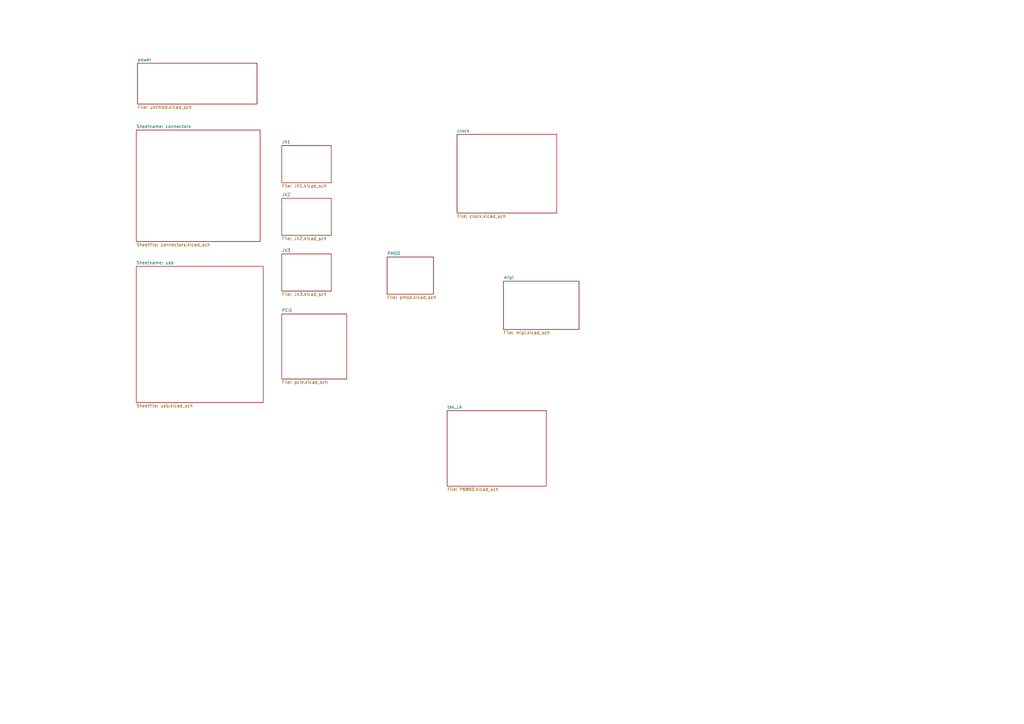
<source format=kicad_sch>
(kicad_sch
	(version 20231120)
	(generator "eeschema")
	(generator_version "8.0")
	(uuid "72db9dae-5f31-4a10-9047-fdf9bc345a06")
	(paper "A3")
	(lib_symbols)
	(sheet
		(at 158.75 105.41)
		(size 19.05 15.24)
		(fields_autoplaced yes)
		(stroke
			(width 0.1524)
			(type solid)
		)
		(fill
			(color 0 0 0 0.0000)
		)
		(uuid "0044eabf-f30e-42c7-81c7-c1467afa7cc2")
		(property "Sheetname" "PMOD"
			(at 158.75 104.6984 0)
			(effects
				(font
					(size 1.27 1.27)
				)
				(justify left bottom)
			)
		)
		(property "Sheetfile" "pmod.kicad_sch"
			(at 158.75 121.2346 0)
			(effects
				(font
					(size 1.27 1.27)
				)
				(justify left top)
			)
		)
		(instances
			(project "simpleCarrier"
				(path "/72db9dae-5f31-4a10-9047-fdf9bc345a06"
					(page "9")
				)
			)
		)
	)
	(sheet
		(at 56.388 25.908)
		(size 49.022 16.764)
		(fields_autoplaced yes)
		(stroke
			(width 0.1524)
			(type solid)
		)
		(fill
			(color 0 0 0 0.0000)
		)
		(uuid "1803d24e-9660-4c9d-82db-3dd492b14553")
		(property "Sheetname" "power"
			(at 56.388 25.1964 0)
			(effects
				(font
					(size 1.27 1.27)
				)
				(justify left bottom)
			)
		)
		(property "Sheetfile" "untitled.kicad_sch"
			(at 56.388 43.2566 0)
			(effects
				(font
					(size 1.27 1.27)
				)
				(justify left top)
			)
		)
		(instances
			(project "simpleCarrier"
				(path "/72db9dae-5f31-4a10-9047-fdf9bc345a06"
					(page "2")
				)
			)
		)
	)
	(sheet
		(at 206.502 115.316)
		(size 30.988 19.812)
		(fields_autoplaced yes)
		(stroke
			(width 0.1524)
			(type solid)
		)
		(fill
			(color 0 0 0 0.0000)
		)
		(uuid "260c8dfd-780f-402a-88e1-94f818d59c49")
		(property "Sheetname" "mipi"
			(at 206.502 114.6044 0)
			(effects
				(font
					(size 1.27 1.27)
				)
				(justify left bottom)
			)
		)
		(property "Sheetfile" "mipi.kicad_sch"
			(at 206.502 135.7126 0)
			(effects
				(font
					(size 1.27 1.27)
				)
				(justify left top)
			)
		)
		(instances
			(project "simpleCarrier"
				(path "/72db9dae-5f31-4a10-9047-fdf9bc345a06"
					(page "11")
				)
			)
		)
	)
	(sheet
		(at 115.57 128.778)
		(size 26.67 26.67)
		(fields_autoplaced yes)
		(stroke
			(width 0.1524)
			(type solid)
		)
		(fill
			(color 0 0 0 0.0000)
		)
		(uuid "44649897-9aeb-4c4e-8126-80a02d947ae7")
		(property "Sheetname" "PCIE"
			(at 115.57 128.0664 0)
			(effects
				(font
					(size 1.27 1.27)
				)
				(justify left bottom)
			)
		)
		(property "Sheetfile" "pcie.kicad_sch"
			(at 115.57 156.0326 0)
			(effects
				(font
					(size 1.27 1.27)
				)
				(justify left top)
			)
		)
		(instances
			(project "simpleCarrier"
				(path "/72db9dae-5f31-4a10-9047-fdf9bc345a06"
					(page "8")
				)
			)
		)
	)
	(sheet
		(at 55.88 109.22)
		(size 52.07 55.88)
		(fields_autoplaced yes)
		(stroke
			(width 0.1524)
			(type solid)
		)
		(fill
			(color 0 0 0 0.0000)
		)
		(uuid "49aed8cb-893b-4572-9c5d-e1132996fc0a")
		(property "Sheetname" "usb"
			(at 55.88 108.5084 0)
			(show_name yes)
			(effects
				(font
					(size 1.27 1.27)
				)
				(justify left bottom)
			)
		)
		(property "Sheetfile" "usb.kicad_sch"
			(at 55.88 165.6846 0)
			(show_name yes)
			(effects
				(font
					(size 1.27 1.27)
				)
				(justify left top)
			)
		)
		(instances
			(project "simpleCarrier"
				(path "/72db9dae-5f31-4a10-9047-fdf9bc345a06"
					(page "4")
				)
			)
		)
	)
	(sheet
		(at 187.452 55.118)
		(size 40.894 32.258)
		(fields_autoplaced yes)
		(stroke
			(width 0.1524)
			(type solid)
		)
		(fill
			(color 0 0 0 0.0000)
		)
		(uuid "648eadf3-ac98-4b70-9b99-fd8a2baf0ae9")
		(property "Sheetname" "clock"
			(at 187.452 54.4064 0)
			(effects
				(font
					(size 1.27 1.27)
				)
				(justify left bottom)
			)
		)
		(property "Sheetfile" "clock.kicad_sch"
			(at 187.452 87.9606 0)
			(effects
				(font
					(size 1.27 1.27)
				)
				(justify left top)
			)
		)
		(instances
			(project "simpleCarrier"
				(path "/72db9dae-5f31-4a10-9047-fdf9bc345a06"
					(page "12")
				)
			)
		)
	)
	(sheet
		(at 55.88 53.34)
		(size 50.8 45.72)
		(fields_autoplaced yes)
		(stroke
			(width 0.1524)
			(type solid)
		)
		(fill
			(color 0 0 0 0.0000)
		)
		(uuid "af195269-c1b7-4662-88fc-01613ddb4412")
		(property "Sheetname" "connectors"
			(at 55.88 52.6284 0)
			(show_name yes)
			(effects
				(font
					(size 1.27 1.27)
				)
				(justify left bottom)
			)
		)
		(property "Sheetfile" "connectors.kicad_sch"
			(at 55.88 99.6446 0)
			(show_name yes)
			(effects
				(font
					(size 1.27 1.27)
				)
				(justify left top)
			)
		)
		(instances
			(project "simpleCarrier"
				(path "/72db9dae-5f31-4a10-9047-fdf9bc345a06"
					(page "3")
				)
			)
		)
	)
	(sheet
		(at 183.388 168.402)
		(size 40.64 30.988)
		(fields_autoplaced yes)
		(stroke
			(width 0.1524)
			(type solid)
		)
		(fill
			(color 0 0 0 0.0000)
		)
		(uuid "b6838175-1dd5-43ec-85ee-90ca8b676c11")
		(property "Sheetname" "tek_LA"
			(at 183.388 167.6904 0)
			(effects
				(font
					(size 1.27 1.27)
				)
				(justify left bottom)
			)
		)
		(property "Sheetfile" "P6860.kicad_sch"
			(at 183.388 199.9746 0)
			(effects
				(font
					(size 1.27 1.27)
				)
				(justify left top)
			)
		)
		(instances
			(project "simpleCarrier"
				(path "/72db9dae-5f31-4a10-9047-fdf9bc345a06"
					(page "11")
				)
			)
		)
	)
	(sheet
		(at 115.57 81.28)
		(size 20.32 15.24)
		(fields_autoplaced yes)
		(stroke
			(width 0.1524)
			(type solid)
		)
		(fill
			(color 0 0 0 0.0000)
		)
		(uuid "c93acd63-62f0-4482-8389-61a1d7f7d90f")
		(property "Sheetname" "JX2"
			(at 115.57 80.5684 0)
			(effects
				(font
					(size 1.27 1.27)
				)
				(justify left bottom)
			)
		)
		(property "Sheetfile" "JX2.kicad_sch"
			(at 115.57 97.1046 0)
			(effects
				(font
					(size 1.27 1.27)
				)
				(justify left top)
			)
		)
		(instances
			(project "simpleCarrier"
				(path "/72db9dae-5f31-4a10-9047-fdf9bc345a06"
					(page "6")
				)
			)
		)
	)
	(sheet
		(at 115.57 59.69)
		(size 20.32 15.24)
		(fields_autoplaced yes)
		(stroke
			(width 0.1524)
			(type solid)
		)
		(fill
			(color 0 0 0 0.0000)
		)
		(uuid "e6ab9ad1-f986-4be7-aa63-cdcaaf3d5729")
		(property "Sheetname" "JX1"
			(at 115.57 58.9784 0)
			(effects
				(font
					(size 1.27 1.27)
				)
				(justify left bottom)
			)
		)
		(property "Sheetfile" "JX1.kicad_sch"
			(at 115.57 75.5146 0)
			(effects
				(font
					(size 1.27 1.27)
				)
				(justify left top)
			)
		)
		(instances
			(project "simpleCarrier"
				(path "/72db9dae-5f31-4a10-9047-fdf9bc345a06"
					(page "5")
				)
			)
		)
	)
	(sheet
		(at 115.57 104.14)
		(size 20.32 15.24)
		(fields_autoplaced yes)
		(stroke
			(width 0.1524)
			(type solid)
		)
		(fill
			(color 0 0 0 0.0000)
		)
		(uuid "ef091191-0874-4db6-9d03-0ac7bb281bfe")
		(property "Sheetname" "JX3"
			(at 115.57 103.4284 0)
			(effects
				(font
					(size 1.27 1.27)
				)
				(justify left bottom)
			)
		)
		(property "Sheetfile" "JX3.kicad_sch"
			(at 115.57 119.9646 0)
			(effects
				(font
					(size 1.27 1.27)
				)
				(justify left top)
			)
		)
		(instances
			(project "simpleCarrier"
				(path "/72db9dae-5f31-4a10-9047-fdf9bc345a06"
					(page "7")
				)
			)
		)
	)
	(sheet_instances
		(path "/"
			(page "1")
		)
	)
)

</source>
